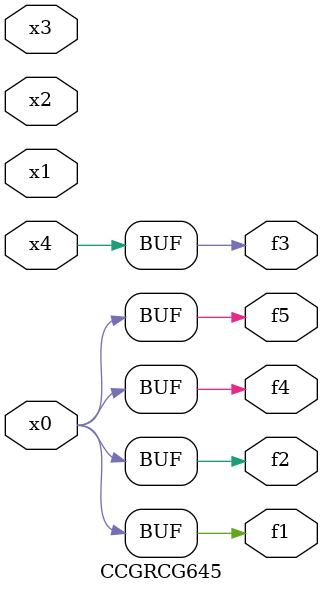
<source format=v>
module CCGRCG645(
	input x0, x1, x2, x3, x4,
	output f1, f2, f3, f4, f5
);
	assign f1 = x0;
	assign f2 = x0;
	assign f3 = x4;
	assign f4 = x0;
	assign f5 = x0;
endmodule

</source>
